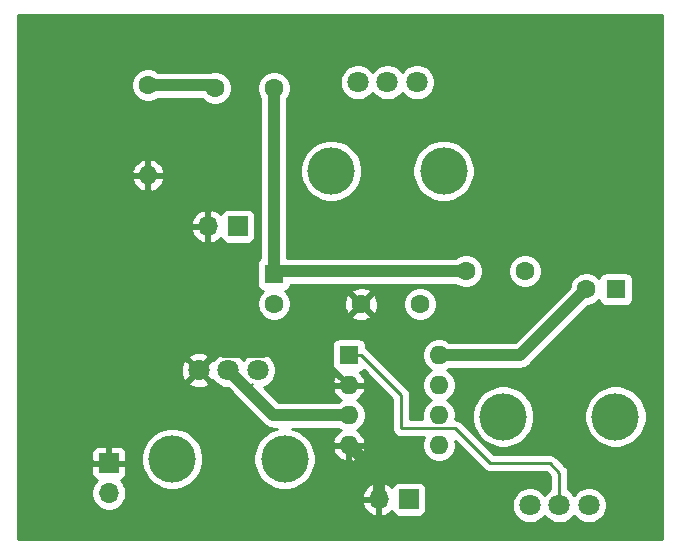
<source format=gbr>
G04 #@! TF.GenerationSoftware,KiCad,Pcbnew,5.1.5-52549c5~84~ubuntu18.04.1*
G04 #@! TF.CreationDate,2020-03-24T22:40:52-05:00*
G04 #@! TF.ProjectId,lm386-guitaramp,6c6d3338-362d-4677-9569-746172616d70,rev?*
G04 #@! TF.SameCoordinates,Original*
G04 #@! TF.FileFunction,Copper,L1,Top*
G04 #@! TF.FilePolarity,Positive*
%FSLAX46Y46*%
G04 Gerber Fmt 4.6, Leading zero omitted, Abs format (unit mm)*
G04 Created by KiCad (PCBNEW 5.1.5-52549c5~84~ubuntu18.04.1) date 2020-03-24 22:40:52*
%MOMM*%
%LPD*%
G04 APERTURE LIST*
%ADD10R,1.700000X1.700000*%
%ADD11O,1.700000X1.700000*%
%ADD12C,1.600000*%
%ADD13R,1.600000X1.600000*%
%ADD14O,1.600000X1.600000*%
%ADD15C,1.800000*%
%ADD16C,4.000000*%
%ADD17C,0.250000*%
%ADD18C,0.500000*%
%ADD19C,1.000000*%
%ADD20C,0.254000*%
G04 APERTURE END LIST*
D10*
X236982000Y-138176000D03*
D11*
X234442000Y-138176000D03*
D12*
X237918000Y-121666000D03*
X232918000Y-121666000D03*
X225552000Y-103378000D03*
X220552000Y-103378000D03*
X241808000Y-118872000D03*
X246808000Y-118872000D03*
D10*
X211582000Y-135128000D03*
D11*
X211582000Y-137668000D03*
X219964000Y-115062000D03*
D10*
X222504000Y-115062000D03*
D13*
X231902000Y-125984000D03*
D14*
X239522000Y-133604000D03*
X231902000Y-128524000D03*
X239522000Y-131064000D03*
X231902000Y-131064000D03*
X239522000Y-128524000D03*
X231902000Y-133604000D03*
X239522000Y-125984000D03*
D15*
X237664000Y-102870000D03*
X235164000Y-102870000D03*
X232664000Y-102870000D03*
D16*
X239914000Y-110370000D03*
X230414000Y-110370000D03*
D13*
X225552000Y-119126000D03*
D12*
X225552000Y-121626000D03*
X252008000Y-120396000D03*
D13*
X254508000Y-120396000D03*
D15*
X247222000Y-138684000D03*
X249722000Y-138684000D03*
X252222000Y-138684000D03*
D16*
X244972000Y-131184000D03*
X254472000Y-131184000D03*
X216952000Y-134754000D03*
X226452000Y-134754000D03*
D15*
X219202000Y-127254000D03*
X221702000Y-127254000D03*
X224202000Y-127254000D03*
D12*
X214884000Y-103124000D03*
D14*
X214884000Y-110744000D03*
D17*
X221257800Y-126028700D02*
X224641100Y-126028700D01*
X224641100Y-126028700D02*
X224685300Y-126037500D01*
X231343400Y-128355700D02*
X231902000Y-128524000D01*
X219202000Y-127254000D02*
X219250700Y-127227400D01*
X221193700Y-126047100D02*
X221247400Y-126030800D01*
X221247400Y-126030800D02*
X221257800Y-126028700D01*
D18*
X219964000Y-122428000D02*
X220980000Y-123444000D01*
X219964000Y-115062000D02*
X219964000Y-122428000D01*
X220980000Y-125476000D02*
X220980000Y-123444000D01*
X219202000Y-127254000D02*
X220980000Y-125476000D01*
X231102001Y-127724001D02*
X231902000Y-128524000D01*
X229281999Y-125903999D02*
X231102001Y-127724001D01*
X220552001Y-125903999D02*
X229281999Y-125903999D01*
X219202000Y-127254000D02*
X220552001Y-125903999D01*
D17*
X221135900Y-126078200D02*
X221193700Y-126047100D01*
D19*
X234442000Y-136144000D02*
X231902000Y-133604000D01*
X234442000Y-138176000D02*
X234442000Y-136144000D01*
X225552000Y-103378000D02*
X225552000Y-119126000D01*
X225806000Y-118872000D02*
X225552000Y-119126000D01*
X241808000Y-118872000D02*
X225806000Y-118872000D01*
X220298000Y-103124000D02*
X220552000Y-103378000D01*
X214884000Y-103124000D02*
X220298000Y-103124000D01*
X246420000Y-125984000D02*
X252008000Y-120396000D01*
X239522000Y-125984000D02*
X246420000Y-125984000D01*
D17*
X249722000Y-138684000D02*
X249722000Y-135930000D01*
X249722000Y-135930000D02*
X248920000Y-135128000D01*
X248920000Y-135128000D02*
X243840000Y-135128000D01*
X240901001Y-132189001D02*
X236329001Y-132189001D01*
X243840000Y-135128000D02*
X240901001Y-132189001D01*
X232952000Y-125984000D02*
X231902000Y-125984000D01*
X236329001Y-129361001D02*
X232952000Y-125984000D01*
X236329001Y-132189001D02*
X236329001Y-129361001D01*
X223670500Y-128446600D02*
X223701400Y-128463500D01*
X221702000Y-127254000D02*
X221702500Y-127254300D01*
X231902000Y-131064000D02*
X230776700Y-131064000D01*
D19*
X225512000Y-131064000D02*
X231902000Y-131064000D01*
X221702000Y-127254000D02*
X225512000Y-131064000D01*
D20*
G36*
X258420000Y-141580000D02*
G01*
X203860000Y-141580000D01*
X203860000Y-135978000D01*
X210093928Y-135978000D01*
X210106188Y-136102482D01*
X210142498Y-136222180D01*
X210201463Y-136332494D01*
X210280815Y-136429185D01*
X210377506Y-136508537D01*
X210487820Y-136567502D01*
X210560380Y-136589513D01*
X210428525Y-136721368D01*
X210266010Y-136964589D01*
X210154068Y-137234842D01*
X210097000Y-137521740D01*
X210097000Y-137814260D01*
X210154068Y-138101158D01*
X210266010Y-138371411D01*
X210428525Y-138614632D01*
X210635368Y-138821475D01*
X210878589Y-138983990D01*
X211148842Y-139095932D01*
X211435740Y-139153000D01*
X211728260Y-139153000D01*
X212015158Y-139095932D01*
X212285411Y-138983990D01*
X212528632Y-138821475D01*
X212735475Y-138614632D01*
X212790092Y-138532891D01*
X233000519Y-138532891D01*
X233097843Y-138807252D01*
X233246822Y-139057355D01*
X233441731Y-139273588D01*
X233675080Y-139447641D01*
X233937901Y-139572825D01*
X234085110Y-139617476D01*
X234315000Y-139496155D01*
X234315000Y-138303000D01*
X233121186Y-138303000D01*
X233000519Y-138532891D01*
X212790092Y-138532891D01*
X212897990Y-138371411D01*
X213009932Y-138101158D01*
X213066035Y-137819109D01*
X233000519Y-137819109D01*
X233121186Y-138049000D01*
X234315000Y-138049000D01*
X234315000Y-136855845D01*
X234569000Y-136855845D01*
X234569000Y-138049000D01*
X234589000Y-138049000D01*
X234589000Y-138303000D01*
X234569000Y-138303000D01*
X234569000Y-139496155D01*
X234798890Y-139617476D01*
X234946099Y-139572825D01*
X235208920Y-139447641D01*
X235442269Y-139273588D01*
X235518034Y-139189534D01*
X235542498Y-139270180D01*
X235601463Y-139380494D01*
X235680815Y-139477185D01*
X235777506Y-139556537D01*
X235887820Y-139615502D01*
X236007518Y-139651812D01*
X236132000Y-139664072D01*
X237832000Y-139664072D01*
X237956482Y-139651812D01*
X238076180Y-139615502D01*
X238186494Y-139556537D01*
X238283185Y-139477185D01*
X238362537Y-139380494D01*
X238421502Y-139270180D01*
X238457812Y-139150482D01*
X238470072Y-139026000D01*
X238470072Y-137326000D01*
X238457812Y-137201518D01*
X238421502Y-137081820D01*
X238362537Y-136971506D01*
X238283185Y-136874815D01*
X238186494Y-136795463D01*
X238076180Y-136736498D01*
X237956482Y-136700188D01*
X237832000Y-136687928D01*
X236132000Y-136687928D01*
X236007518Y-136700188D01*
X235887820Y-136736498D01*
X235777506Y-136795463D01*
X235680815Y-136874815D01*
X235601463Y-136971506D01*
X235542498Y-137081820D01*
X235518034Y-137162466D01*
X235442269Y-137078412D01*
X235208920Y-136904359D01*
X234946099Y-136779175D01*
X234798890Y-136734524D01*
X234569000Y-136855845D01*
X234315000Y-136855845D01*
X234085110Y-136734524D01*
X233937901Y-136779175D01*
X233675080Y-136904359D01*
X233441731Y-137078412D01*
X233246822Y-137294645D01*
X233097843Y-137544748D01*
X233000519Y-137819109D01*
X213066035Y-137819109D01*
X213067000Y-137814260D01*
X213067000Y-137521740D01*
X213009932Y-137234842D01*
X212897990Y-136964589D01*
X212735475Y-136721368D01*
X212603620Y-136589513D01*
X212676180Y-136567502D01*
X212786494Y-136508537D01*
X212883185Y-136429185D01*
X212962537Y-136332494D01*
X213021502Y-136222180D01*
X213057812Y-136102482D01*
X213070072Y-135978000D01*
X213067000Y-135413750D01*
X212908250Y-135255000D01*
X211709000Y-135255000D01*
X211709000Y-135275000D01*
X211455000Y-135275000D01*
X211455000Y-135255000D01*
X210255750Y-135255000D01*
X210097000Y-135413750D01*
X210093928Y-135978000D01*
X203860000Y-135978000D01*
X203860000Y-134278000D01*
X210093928Y-134278000D01*
X210097000Y-134842250D01*
X210255750Y-135001000D01*
X211455000Y-135001000D01*
X211455000Y-133801750D01*
X211709000Y-133801750D01*
X211709000Y-135001000D01*
X212908250Y-135001000D01*
X213067000Y-134842250D01*
X213068893Y-134494475D01*
X214317000Y-134494475D01*
X214317000Y-135013525D01*
X214418261Y-135522601D01*
X214616893Y-136002141D01*
X214905262Y-136433715D01*
X215272285Y-136800738D01*
X215703859Y-137089107D01*
X216183399Y-137287739D01*
X216692475Y-137389000D01*
X217211525Y-137389000D01*
X217720601Y-137287739D01*
X218200141Y-137089107D01*
X218631715Y-136800738D01*
X218998738Y-136433715D01*
X219287107Y-136002141D01*
X219485739Y-135522601D01*
X219587000Y-135013525D01*
X219587000Y-134494475D01*
X219485739Y-133985399D01*
X219287107Y-133505859D01*
X218998738Y-133074285D01*
X218631715Y-132707262D01*
X218200141Y-132418893D01*
X217720601Y-132220261D01*
X217211525Y-132119000D01*
X216692475Y-132119000D01*
X216183399Y-132220261D01*
X215703859Y-132418893D01*
X215272285Y-132707262D01*
X214905262Y-133074285D01*
X214616893Y-133505859D01*
X214418261Y-133985399D01*
X214317000Y-134494475D01*
X213068893Y-134494475D01*
X213070072Y-134278000D01*
X213057812Y-134153518D01*
X213021502Y-134033820D01*
X212962537Y-133923506D01*
X212883185Y-133826815D01*
X212786494Y-133747463D01*
X212676180Y-133688498D01*
X212556482Y-133652188D01*
X212432000Y-133639928D01*
X211867750Y-133643000D01*
X211709000Y-133801750D01*
X211455000Y-133801750D01*
X211296250Y-133643000D01*
X210732000Y-133639928D01*
X210607518Y-133652188D01*
X210487820Y-133688498D01*
X210377506Y-133747463D01*
X210280815Y-133826815D01*
X210201463Y-133923506D01*
X210142498Y-134033820D01*
X210106188Y-134153518D01*
X210093928Y-134278000D01*
X203860000Y-134278000D01*
X203860000Y-128318080D01*
X218317525Y-128318080D01*
X218401208Y-128572261D01*
X218673775Y-128703158D01*
X218966642Y-128778365D01*
X219268553Y-128794991D01*
X219567907Y-128752397D01*
X219853199Y-128652222D01*
X220002792Y-128572261D01*
X220086475Y-128318080D01*
X219202000Y-127433605D01*
X218317525Y-128318080D01*
X203860000Y-128318080D01*
X203860000Y-127320553D01*
X217661009Y-127320553D01*
X217703603Y-127619907D01*
X217803778Y-127905199D01*
X217883739Y-128054792D01*
X218137920Y-128138475D01*
X219022395Y-127254000D01*
X219381605Y-127254000D01*
X220266080Y-128138475D01*
X220414262Y-128089690D01*
X220509688Y-128232505D01*
X220723495Y-128446312D01*
X220974905Y-128614299D01*
X221254257Y-128730011D01*
X221550816Y-128789000D01*
X221631869Y-128789000D01*
X224670013Y-131827146D01*
X224705551Y-131870449D01*
X224748854Y-131905987D01*
X224748856Y-131905989D01*
X224878377Y-132012284D01*
X225075553Y-132117676D01*
X225289501Y-132182577D01*
X225512000Y-132204491D01*
X225567752Y-132199000D01*
X225790286Y-132199000D01*
X225683399Y-132220261D01*
X225203859Y-132418893D01*
X224772285Y-132707262D01*
X224405262Y-133074285D01*
X224116893Y-133505859D01*
X223918261Y-133985399D01*
X223817000Y-134494475D01*
X223817000Y-135013525D01*
X223918261Y-135522601D01*
X224116893Y-136002141D01*
X224405262Y-136433715D01*
X224772285Y-136800738D01*
X225203859Y-137089107D01*
X225683399Y-137287739D01*
X226192475Y-137389000D01*
X226711525Y-137389000D01*
X227220601Y-137287739D01*
X227700141Y-137089107D01*
X228131715Y-136800738D01*
X228498738Y-136433715D01*
X228787107Y-136002141D01*
X228985739Y-135522601D01*
X229087000Y-135013525D01*
X229087000Y-134494475D01*
X228985739Y-133985399D01*
X228972336Y-133953039D01*
X230510096Y-133953039D01*
X230550754Y-134087087D01*
X230670963Y-134341420D01*
X230838481Y-134567414D01*
X231046869Y-134756385D01*
X231288119Y-134901070D01*
X231552960Y-134995909D01*
X231775000Y-134874624D01*
X231775000Y-133731000D01*
X232029000Y-133731000D01*
X232029000Y-134874624D01*
X232251040Y-134995909D01*
X232515881Y-134901070D01*
X232757131Y-134756385D01*
X232965519Y-134567414D01*
X233133037Y-134341420D01*
X233253246Y-134087087D01*
X233293904Y-133953039D01*
X233171915Y-133731000D01*
X232029000Y-133731000D01*
X231775000Y-133731000D01*
X230632085Y-133731000D01*
X230510096Y-133953039D01*
X228972336Y-133953039D01*
X228787107Y-133505859D01*
X228498738Y-133074285D01*
X228131715Y-132707262D01*
X227700141Y-132418893D01*
X227220601Y-132220261D01*
X227113714Y-132199000D01*
X231017716Y-132199000D01*
X231222273Y-132335680D01*
X231232865Y-132340067D01*
X231046869Y-132451615D01*
X230838481Y-132640586D01*
X230670963Y-132866580D01*
X230550754Y-133120913D01*
X230510096Y-133254961D01*
X230632085Y-133477000D01*
X231775000Y-133477000D01*
X231775000Y-133457000D01*
X232029000Y-133457000D01*
X232029000Y-133477000D01*
X233171915Y-133477000D01*
X233293904Y-133254961D01*
X233253246Y-133120913D01*
X233133037Y-132866580D01*
X232965519Y-132640586D01*
X232757131Y-132451615D01*
X232571135Y-132340067D01*
X232581727Y-132335680D01*
X232816759Y-132178637D01*
X233016637Y-131978759D01*
X233173680Y-131743727D01*
X233281853Y-131482574D01*
X233337000Y-131205335D01*
X233337000Y-130922665D01*
X233281853Y-130645426D01*
X233173680Y-130384273D01*
X233016637Y-130149241D01*
X232816759Y-129949363D01*
X232581727Y-129792320D01*
X232571135Y-129787933D01*
X232757131Y-129676385D01*
X232965519Y-129487414D01*
X233133037Y-129261420D01*
X233253246Y-129007087D01*
X233293904Y-128873039D01*
X233171915Y-128651000D01*
X232029000Y-128651000D01*
X232029000Y-128671000D01*
X231775000Y-128671000D01*
X231775000Y-128651000D01*
X230632085Y-128651000D01*
X230510096Y-128873039D01*
X230550754Y-129007087D01*
X230670963Y-129261420D01*
X230838481Y-129487414D01*
X231046869Y-129676385D01*
X231232865Y-129787933D01*
X231222273Y-129792320D01*
X231017716Y-129929000D01*
X225982133Y-129929000D01*
X224744071Y-128690939D01*
X224929095Y-128614299D01*
X225180505Y-128446312D01*
X225394312Y-128232505D01*
X225562299Y-127981095D01*
X225678011Y-127701743D01*
X225737000Y-127405184D01*
X225737000Y-127102816D01*
X225678011Y-126806257D01*
X225562299Y-126526905D01*
X225394312Y-126275495D01*
X225180505Y-126061688D01*
X224929095Y-125893701D01*
X224649743Y-125777989D01*
X224353184Y-125719000D01*
X224050816Y-125719000D01*
X223754257Y-125777989D01*
X223474905Y-125893701D01*
X223223495Y-126061688D01*
X223009688Y-126275495D01*
X222952000Y-126361831D01*
X222894312Y-126275495D01*
X222680505Y-126061688D01*
X222429095Y-125893701D01*
X222149743Y-125777989D01*
X221853184Y-125719000D01*
X221550816Y-125719000D01*
X221254257Y-125777989D01*
X220974905Y-125893701D01*
X220723495Y-126061688D01*
X220509688Y-126275495D01*
X220414262Y-126418310D01*
X220266080Y-126369525D01*
X219381605Y-127254000D01*
X219022395Y-127254000D01*
X218137920Y-126369525D01*
X217883739Y-126453208D01*
X217752842Y-126725775D01*
X217677635Y-127018642D01*
X217661009Y-127320553D01*
X203860000Y-127320553D01*
X203860000Y-126189920D01*
X218317525Y-126189920D01*
X219202000Y-127074395D01*
X220086475Y-126189920D01*
X220002792Y-125935739D01*
X219730225Y-125804842D01*
X219437358Y-125729635D01*
X219135447Y-125713009D01*
X218836093Y-125755603D01*
X218550801Y-125855778D01*
X218401208Y-125935739D01*
X218317525Y-126189920D01*
X203860000Y-126189920D01*
X203860000Y-125184000D01*
X230463928Y-125184000D01*
X230463928Y-126784000D01*
X230476188Y-126908482D01*
X230512498Y-127028180D01*
X230571463Y-127138494D01*
X230650815Y-127235185D01*
X230747506Y-127314537D01*
X230857820Y-127373502D01*
X230977518Y-127409812D01*
X231002080Y-127412231D01*
X230838481Y-127560586D01*
X230670963Y-127786580D01*
X230550754Y-128040913D01*
X230510096Y-128174961D01*
X230632085Y-128397000D01*
X231775000Y-128397000D01*
X231775000Y-128377000D01*
X232029000Y-128377000D01*
X232029000Y-128397000D01*
X233171915Y-128397000D01*
X233293904Y-128174961D01*
X233253246Y-128040913D01*
X233133037Y-127786580D01*
X232965519Y-127560586D01*
X232801920Y-127412231D01*
X232826482Y-127409812D01*
X232946180Y-127373502D01*
X233056494Y-127314537D01*
X233139563Y-127246364D01*
X235569002Y-129675804D01*
X235569001Y-132151668D01*
X235565324Y-132189001D01*
X235579998Y-132337987D01*
X235623455Y-132481248D01*
X235694027Y-132613277D01*
X235789000Y-132729002D01*
X235904725Y-132823975D01*
X236036754Y-132894547D01*
X236180015Y-132938004D01*
X236329001Y-132952678D01*
X236366334Y-132949001D01*
X238240077Y-132949001D01*
X238142147Y-133185426D01*
X238087000Y-133462665D01*
X238087000Y-133745335D01*
X238142147Y-134022574D01*
X238250320Y-134283727D01*
X238407363Y-134518759D01*
X238607241Y-134718637D01*
X238842273Y-134875680D01*
X239103426Y-134983853D01*
X239380665Y-135039000D01*
X239663335Y-135039000D01*
X239940574Y-134983853D01*
X240201727Y-134875680D01*
X240436759Y-134718637D01*
X240636637Y-134518759D01*
X240793680Y-134283727D01*
X240901853Y-134022574D01*
X240957000Y-133745335D01*
X240957000Y-133462665D01*
X240921526Y-133284327D01*
X243276200Y-135639002D01*
X243299999Y-135668001D01*
X243415724Y-135762974D01*
X243547753Y-135833546D01*
X243691014Y-135877003D01*
X243802667Y-135888000D01*
X243802676Y-135888000D01*
X243839999Y-135891676D01*
X243877322Y-135888000D01*
X248605199Y-135888000D01*
X248962001Y-136244803D01*
X248962000Y-137345687D01*
X248743495Y-137491688D01*
X248529688Y-137705495D01*
X248472000Y-137791831D01*
X248414312Y-137705495D01*
X248200505Y-137491688D01*
X247949095Y-137323701D01*
X247669743Y-137207989D01*
X247373184Y-137149000D01*
X247070816Y-137149000D01*
X246774257Y-137207989D01*
X246494905Y-137323701D01*
X246243495Y-137491688D01*
X246029688Y-137705495D01*
X245861701Y-137956905D01*
X245745989Y-138236257D01*
X245687000Y-138532816D01*
X245687000Y-138835184D01*
X245745989Y-139131743D01*
X245861701Y-139411095D01*
X246029688Y-139662505D01*
X246243495Y-139876312D01*
X246494905Y-140044299D01*
X246774257Y-140160011D01*
X247070816Y-140219000D01*
X247373184Y-140219000D01*
X247669743Y-140160011D01*
X247949095Y-140044299D01*
X248200505Y-139876312D01*
X248414312Y-139662505D01*
X248472000Y-139576169D01*
X248529688Y-139662505D01*
X248743495Y-139876312D01*
X248994905Y-140044299D01*
X249274257Y-140160011D01*
X249570816Y-140219000D01*
X249873184Y-140219000D01*
X250169743Y-140160011D01*
X250449095Y-140044299D01*
X250700505Y-139876312D01*
X250914312Y-139662505D01*
X250972000Y-139576169D01*
X251029688Y-139662505D01*
X251243495Y-139876312D01*
X251494905Y-140044299D01*
X251774257Y-140160011D01*
X252070816Y-140219000D01*
X252373184Y-140219000D01*
X252669743Y-140160011D01*
X252949095Y-140044299D01*
X253200505Y-139876312D01*
X253414312Y-139662505D01*
X253582299Y-139411095D01*
X253698011Y-139131743D01*
X253757000Y-138835184D01*
X253757000Y-138532816D01*
X253698011Y-138236257D01*
X253582299Y-137956905D01*
X253414312Y-137705495D01*
X253200505Y-137491688D01*
X252949095Y-137323701D01*
X252669743Y-137207989D01*
X252373184Y-137149000D01*
X252070816Y-137149000D01*
X251774257Y-137207989D01*
X251494905Y-137323701D01*
X251243495Y-137491688D01*
X251029688Y-137705495D01*
X250972000Y-137791831D01*
X250914312Y-137705495D01*
X250700505Y-137491688D01*
X250482000Y-137345687D01*
X250482000Y-135967322D01*
X250485676Y-135929999D01*
X250482000Y-135892676D01*
X250482000Y-135892667D01*
X250471003Y-135781014D01*
X250427546Y-135637753D01*
X250356974Y-135505724D01*
X250262001Y-135389999D01*
X250233002Y-135366201D01*
X249483803Y-134617002D01*
X249460001Y-134587999D01*
X249344276Y-134493026D01*
X249212247Y-134422454D01*
X249068986Y-134378997D01*
X248957333Y-134368000D01*
X248957322Y-134368000D01*
X248920000Y-134364324D01*
X248882678Y-134368000D01*
X244154802Y-134368000D01*
X241464805Y-131678004D01*
X241441002Y-131649000D01*
X241325277Y-131554027D01*
X241193248Y-131483455D01*
X241049987Y-131439998D01*
X240938334Y-131429001D01*
X240938323Y-131429001D01*
X240913005Y-131426507D01*
X240957000Y-131205335D01*
X240957000Y-130924475D01*
X242337000Y-130924475D01*
X242337000Y-131443525D01*
X242438261Y-131952601D01*
X242636893Y-132432141D01*
X242925262Y-132863715D01*
X243292285Y-133230738D01*
X243723859Y-133519107D01*
X244203399Y-133717739D01*
X244712475Y-133819000D01*
X245231525Y-133819000D01*
X245740601Y-133717739D01*
X246220141Y-133519107D01*
X246651715Y-133230738D01*
X247018738Y-132863715D01*
X247307107Y-132432141D01*
X247505739Y-131952601D01*
X247607000Y-131443525D01*
X247607000Y-130924475D01*
X251837000Y-130924475D01*
X251837000Y-131443525D01*
X251938261Y-131952601D01*
X252136893Y-132432141D01*
X252425262Y-132863715D01*
X252792285Y-133230738D01*
X253223859Y-133519107D01*
X253703399Y-133717739D01*
X254212475Y-133819000D01*
X254731525Y-133819000D01*
X255240601Y-133717739D01*
X255720141Y-133519107D01*
X256151715Y-133230738D01*
X256518738Y-132863715D01*
X256807107Y-132432141D01*
X257005739Y-131952601D01*
X257107000Y-131443525D01*
X257107000Y-130924475D01*
X257005739Y-130415399D01*
X256807107Y-129935859D01*
X256518738Y-129504285D01*
X256151715Y-129137262D01*
X255720141Y-128848893D01*
X255240601Y-128650261D01*
X254731525Y-128549000D01*
X254212475Y-128549000D01*
X253703399Y-128650261D01*
X253223859Y-128848893D01*
X252792285Y-129137262D01*
X252425262Y-129504285D01*
X252136893Y-129935859D01*
X251938261Y-130415399D01*
X251837000Y-130924475D01*
X247607000Y-130924475D01*
X247505739Y-130415399D01*
X247307107Y-129935859D01*
X247018738Y-129504285D01*
X246651715Y-129137262D01*
X246220141Y-128848893D01*
X245740601Y-128650261D01*
X245231525Y-128549000D01*
X244712475Y-128549000D01*
X244203399Y-128650261D01*
X243723859Y-128848893D01*
X243292285Y-129137262D01*
X242925262Y-129504285D01*
X242636893Y-129935859D01*
X242438261Y-130415399D01*
X242337000Y-130924475D01*
X240957000Y-130924475D01*
X240957000Y-130922665D01*
X240901853Y-130645426D01*
X240793680Y-130384273D01*
X240636637Y-130149241D01*
X240436759Y-129949363D01*
X240204241Y-129794000D01*
X240436759Y-129638637D01*
X240636637Y-129438759D01*
X240793680Y-129203727D01*
X240901853Y-128942574D01*
X240957000Y-128665335D01*
X240957000Y-128382665D01*
X240901853Y-128105426D01*
X240793680Y-127844273D01*
X240636637Y-127609241D01*
X240436759Y-127409363D01*
X240204241Y-127254000D01*
X240406284Y-127119000D01*
X246364249Y-127119000D01*
X246420000Y-127124491D01*
X246475751Y-127119000D01*
X246475752Y-127119000D01*
X246642499Y-127102577D01*
X246856447Y-127037676D01*
X247053623Y-126932284D01*
X247226449Y-126790449D01*
X247261996Y-126747135D01*
X252185282Y-121823850D01*
X252426574Y-121775853D01*
X252687727Y-121667680D01*
X252922759Y-121510637D01*
X253089339Y-121344057D01*
X253118498Y-121440180D01*
X253177463Y-121550494D01*
X253256815Y-121647185D01*
X253353506Y-121726537D01*
X253463820Y-121785502D01*
X253583518Y-121821812D01*
X253708000Y-121834072D01*
X255308000Y-121834072D01*
X255432482Y-121821812D01*
X255552180Y-121785502D01*
X255662494Y-121726537D01*
X255759185Y-121647185D01*
X255838537Y-121550494D01*
X255897502Y-121440180D01*
X255933812Y-121320482D01*
X255946072Y-121196000D01*
X255946072Y-119596000D01*
X255933812Y-119471518D01*
X255897502Y-119351820D01*
X255838537Y-119241506D01*
X255759185Y-119144815D01*
X255662494Y-119065463D01*
X255552180Y-119006498D01*
X255432482Y-118970188D01*
X255308000Y-118957928D01*
X253708000Y-118957928D01*
X253583518Y-118970188D01*
X253463820Y-119006498D01*
X253353506Y-119065463D01*
X253256815Y-119144815D01*
X253177463Y-119241506D01*
X253118498Y-119351820D01*
X253089339Y-119447943D01*
X252922759Y-119281363D01*
X252687727Y-119124320D01*
X252426574Y-119016147D01*
X252149335Y-118961000D01*
X251866665Y-118961000D01*
X251589426Y-119016147D01*
X251328273Y-119124320D01*
X251093241Y-119281363D01*
X250893363Y-119481241D01*
X250736320Y-119716273D01*
X250628147Y-119977426D01*
X250580150Y-120218718D01*
X245949869Y-124849000D01*
X240406284Y-124849000D01*
X240201727Y-124712320D01*
X239940574Y-124604147D01*
X239663335Y-124549000D01*
X239380665Y-124549000D01*
X239103426Y-124604147D01*
X238842273Y-124712320D01*
X238607241Y-124869363D01*
X238407363Y-125069241D01*
X238250320Y-125304273D01*
X238142147Y-125565426D01*
X238087000Y-125842665D01*
X238087000Y-126125335D01*
X238142147Y-126402574D01*
X238250320Y-126663727D01*
X238407363Y-126898759D01*
X238607241Y-127098637D01*
X238839759Y-127254000D01*
X238607241Y-127409363D01*
X238407363Y-127609241D01*
X238250320Y-127844273D01*
X238142147Y-128105426D01*
X238087000Y-128382665D01*
X238087000Y-128665335D01*
X238142147Y-128942574D01*
X238250320Y-129203727D01*
X238407363Y-129438759D01*
X238607241Y-129638637D01*
X238839759Y-129794000D01*
X238607241Y-129949363D01*
X238407363Y-130149241D01*
X238250320Y-130384273D01*
X238142147Y-130645426D01*
X238087000Y-130922665D01*
X238087000Y-131205335D01*
X238131491Y-131429001D01*
X237089001Y-131429001D01*
X237089001Y-129398334D01*
X237092678Y-129361001D01*
X237078004Y-129212015D01*
X237034547Y-129068754D01*
X236963975Y-128936725D01*
X236892800Y-128849998D01*
X236869002Y-128821000D01*
X236840004Y-128797202D01*
X233515804Y-125473003D01*
X233492001Y-125443999D01*
X233376276Y-125349026D01*
X233340072Y-125329674D01*
X233340072Y-125184000D01*
X233327812Y-125059518D01*
X233291502Y-124939820D01*
X233232537Y-124829506D01*
X233153185Y-124732815D01*
X233056494Y-124653463D01*
X232946180Y-124594498D01*
X232826482Y-124558188D01*
X232702000Y-124545928D01*
X231102000Y-124545928D01*
X230977518Y-124558188D01*
X230857820Y-124594498D01*
X230747506Y-124653463D01*
X230650815Y-124732815D01*
X230571463Y-124829506D01*
X230512498Y-124939820D01*
X230476188Y-125059518D01*
X230463928Y-125184000D01*
X203860000Y-125184000D01*
X203860000Y-118326000D01*
X224113928Y-118326000D01*
X224113928Y-119926000D01*
X224126188Y-120050482D01*
X224162498Y-120170180D01*
X224221463Y-120280494D01*
X224300815Y-120377185D01*
X224397506Y-120456537D01*
X224507820Y-120515502D01*
X224603943Y-120544661D01*
X224437363Y-120711241D01*
X224280320Y-120946273D01*
X224172147Y-121207426D01*
X224117000Y-121484665D01*
X224117000Y-121767335D01*
X224172147Y-122044574D01*
X224280320Y-122305727D01*
X224437363Y-122540759D01*
X224637241Y-122740637D01*
X224872273Y-122897680D01*
X225133426Y-123005853D01*
X225410665Y-123061000D01*
X225693335Y-123061000D01*
X225970574Y-123005853D01*
X226231727Y-122897680D01*
X226466759Y-122740637D01*
X226548694Y-122658702D01*
X232104903Y-122658702D01*
X232176486Y-122902671D01*
X232431996Y-123023571D01*
X232706184Y-123092300D01*
X232988512Y-123106217D01*
X233268130Y-123064787D01*
X233534292Y-122969603D01*
X233659514Y-122902671D01*
X233731097Y-122658702D01*
X232918000Y-121845605D01*
X232104903Y-122658702D01*
X226548694Y-122658702D01*
X226666637Y-122540759D01*
X226823680Y-122305727D01*
X226931853Y-122044574D01*
X226987000Y-121767335D01*
X226987000Y-121736512D01*
X231477783Y-121736512D01*
X231519213Y-122016130D01*
X231614397Y-122282292D01*
X231681329Y-122407514D01*
X231925298Y-122479097D01*
X232738395Y-121666000D01*
X233097605Y-121666000D01*
X233910702Y-122479097D01*
X234154671Y-122407514D01*
X234275571Y-122152004D01*
X234344300Y-121877816D01*
X234358217Y-121595488D01*
X234347724Y-121524665D01*
X236483000Y-121524665D01*
X236483000Y-121807335D01*
X236538147Y-122084574D01*
X236646320Y-122345727D01*
X236803363Y-122580759D01*
X237003241Y-122780637D01*
X237238273Y-122937680D01*
X237499426Y-123045853D01*
X237776665Y-123101000D01*
X238059335Y-123101000D01*
X238336574Y-123045853D01*
X238597727Y-122937680D01*
X238832759Y-122780637D01*
X239032637Y-122580759D01*
X239189680Y-122345727D01*
X239297853Y-122084574D01*
X239353000Y-121807335D01*
X239353000Y-121524665D01*
X239297853Y-121247426D01*
X239189680Y-120986273D01*
X239032637Y-120751241D01*
X238832759Y-120551363D01*
X238597727Y-120394320D01*
X238336574Y-120286147D01*
X238059335Y-120231000D01*
X237776665Y-120231000D01*
X237499426Y-120286147D01*
X237238273Y-120394320D01*
X237003241Y-120551363D01*
X236803363Y-120751241D01*
X236646320Y-120986273D01*
X236538147Y-121247426D01*
X236483000Y-121524665D01*
X234347724Y-121524665D01*
X234316787Y-121315870D01*
X234221603Y-121049708D01*
X234154671Y-120924486D01*
X233910702Y-120852903D01*
X233097605Y-121666000D01*
X232738395Y-121666000D01*
X231925298Y-120852903D01*
X231681329Y-120924486D01*
X231560429Y-121179996D01*
X231491700Y-121454184D01*
X231477783Y-121736512D01*
X226987000Y-121736512D01*
X226987000Y-121484665D01*
X226931853Y-121207426D01*
X226823680Y-120946273D01*
X226666637Y-120711241D01*
X226628694Y-120673298D01*
X232104903Y-120673298D01*
X232918000Y-121486395D01*
X233731097Y-120673298D01*
X233659514Y-120429329D01*
X233404004Y-120308429D01*
X233129816Y-120239700D01*
X232847488Y-120225783D01*
X232567870Y-120267213D01*
X232301708Y-120362397D01*
X232176486Y-120429329D01*
X232104903Y-120673298D01*
X226628694Y-120673298D01*
X226500057Y-120544661D01*
X226596180Y-120515502D01*
X226706494Y-120456537D01*
X226803185Y-120377185D01*
X226882537Y-120280494D01*
X226941502Y-120170180D01*
X226977812Y-120050482D01*
X226982094Y-120007000D01*
X240923716Y-120007000D01*
X241128273Y-120143680D01*
X241389426Y-120251853D01*
X241666665Y-120307000D01*
X241949335Y-120307000D01*
X242226574Y-120251853D01*
X242487727Y-120143680D01*
X242722759Y-119986637D01*
X242922637Y-119786759D01*
X243079680Y-119551727D01*
X243187853Y-119290574D01*
X243243000Y-119013335D01*
X243243000Y-118730665D01*
X245373000Y-118730665D01*
X245373000Y-119013335D01*
X245428147Y-119290574D01*
X245536320Y-119551727D01*
X245693363Y-119786759D01*
X245893241Y-119986637D01*
X246128273Y-120143680D01*
X246389426Y-120251853D01*
X246666665Y-120307000D01*
X246949335Y-120307000D01*
X247226574Y-120251853D01*
X247487727Y-120143680D01*
X247722759Y-119986637D01*
X247922637Y-119786759D01*
X248079680Y-119551727D01*
X248187853Y-119290574D01*
X248243000Y-119013335D01*
X248243000Y-118730665D01*
X248187853Y-118453426D01*
X248079680Y-118192273D01*
X247922637Y-117957241D01*
X247722759Y-117757363D01*
X247487727Y-117600320D01*
X247226574Y-117492147D01*
X246949335Y-117437000D01*
X246666665Y-117437000D01*
X246389426Y-117492147D01*
X246128273Y-117600320D01*
X245893241Y-117757363D01*
X245693363Y-117957241D01*
X245536320Y-118192273D01*
X245428147Y-118453426D01*
X245373000Y-118730665D01*
X243243000Y-118730665D01*
X243187853Y-118453426D01*
X243079680Y-118192273D01*
X242922637Y-117957241D01*
X242722759Y-117757363D01*
X242487727Y-117600320D01*
X242226574Y-117492147D01*
X241949335Y-117437000D01*
X241666665Y-117437000D01*
X241389426Y-117492147D01*
X241128273Y-117600320D01*
X240923716Y-117737000D01*
X226687000Y-117737000D01*
X226687000Y-110110475D01*
X227779000Y-110110475D01*
X227779000Y-110629525D01*
X227880261Y-111138601D01*
X228078893Y-111618141D01*
X228367262Y-112049715D01*
X228734285Y-112416738D01*
X229165859Y-112705107D01*
X229645399Y-112903739D01*
X230154475Y-113005000D01*
X230673525Y-113005000D01*
X231182601Y-112903739D01*
X231662141Y-112705107D01*
X232093715Y-112416738D01*
X232460738Y-112049715D01*
X232749107Y-111618141D01*
X232947739Y-111138601D01*
X233049000Y-110629525D01*
X233049000Y-110110475D01*
X237279000Y-110110475D01*
X237279000Y-110629525D01*
X237380261Y-111138601D01*
X237578893Y-111618141D01*
X237867262Y-112049715D01*
X238234285Y-112416738D01*
X238665859Y-112705107D01*
X239145399Y-112903739D01*
X239654475Y-113005000D01*
X240173525Y-113005000D01*
X240682601Y-112903739D01*
X241162141Y-112705107D01*
X241593715Y-112416738D01*
X241960738Y-112049715D01*
X242249107Y-111618141D01*
X242447739Y-111138601D01*
X242549000Y-110629525D01*
X242549000Y-110110475D01*
X242447739Y-109601399D01*
X242249107Y-109121859D01*
X241960738Y-108690285D01*
X241593715Y-108323262D01*
X241162141Y-108034893D01*
X240682601Y-107836261D01*
X240173525Y-107735000D01*
X239654475Y-107735000D01*
X239145399Y-107836261D01*
X238665859Y-108034893D01*
X238234285Y-108323262D01*
X237867262Y-108690285D01*
X237578893Y-109121859D01*
X237380261Y-109601399D01*
X237279000Y-110110475D01*
X233049000Y-110110475D01*
X232947739Y-109601399D01*
X232749107Y-109121859D01*
X232460738Y-108690285D01*
X232093715Y-108323262D01*
X231662141Y-108034893D01*
X231182601Y-107836261D01*
X230673525Y-107735000D01*
X230154475Y-107735000D01*
X229645399Y-107836261D01*
X229165859Y-108034893D01*
X228734285Y-108323262D01*
X228367262Y-108690285D01*
X228078893Y-109121859D01*
X227880261Y-109601399D01*
X227779000Y-110110475D01*
X226687000Y-110110475D01*
X226687000Y-104262284D01*
X226823680Y-104057727D01*
X226931853Y-103796574D01*
X226987000Y-103519335D01*
X226987000Y-103236665D01*
X226931853Y-102959426D01*
X226832190Y-102718816D01*
X231129000Y-102718816D01*
X231129000Y-103021184D01*
X231187989Y-103317743D01*
X231303701Y-103597095D01*
X231471688Y-103848505D01*
X231685495Y-104062312D01*
X231936905Y-104230299D01*
X232216257Y-104346011D01*
X232512816Y-104405000D01*
X232815184Y-104405000D01*
X233111743Y-104346011D01*
X233391095Y-104230299D01*
X233642505Y-104062312D01*
X233856312Y-103848505D01*
X233914000Y-103762169D01*
X233971688Y-103848505D01*
X234185495Y-104062312D01*
X234436905Y-104230299D01*
X234716257Y-104346011D01*
X235012816Y-104405000D01*
X235315184Y-104405000D01*
X235611743Y-104346011D01*
X235891095Y-104230299D01*
X236142505Y-104062312D01*
X236356312Y-103848505D01*
X236414000Y-103762169D01*
X236471688Y-103848505D01*
X236685495Y-104062312D01*
X236936905Y-104230299D01*
X237216257Y-104346011D01*
X237512816Y-104405000D01*
X237815184Y-104405000D01*
X238111743Y-104346011D01*
X238391095Y-104230299D01*
X238642505Y-104062312D01*
X238856312Y-103848505D01*
X239024299Y-103597095D01*
X239140011Y-103317743D01*
X239199000Y-103021184D01*
X239199000Y-102718816D01*
X239140011Y-102422257D01*
X239024299Y-102142905D01*
X238856312Y-101891495D01*
X238642505Y-101677688D01*
X238391095Y-101509701D01*
X238111743Y-101393989D01*
X237815184Y-101335000D01*
X237512816Y-101335000D01*
X237216257Y-101393989D01*
X236936905Y-101509701D01*
X236685495Y-101677688D01*
X236471688Y-101891495D01*
X236414000Y-101977831D01*
X236356312Y-101891495D01*
X236142505Y-101677688D01*
X235891095Y-101509701D01*
X235611743Y-101393989D01*
X235315184Y-101335000D01*
X235012816Y-101335000D01*
X234716257Y-101393989D01*
X234436905Y-101509701D01*
X234185495Y-101677688D01*
X233971688Y-101891495D01*
X233914000Y-101977831D01*
X233856312Y-101891495D01*
X233642505Y-101677688D01*
X233391095Y-101509701D01*
X233111743Y-101393989D01*
X232815184Y-101335000D01*
X232512816Y-101335000D01*
X232216257Y-101393989D01*
X231936905Y-101509701D01*
X231685495Y-101677688D01*
X231471688Y-101891495D01*
X231303701Y-102142905D01*
X231187989Y-102422257D01*
X231129000Y-102718816D01*
X226832190Y-102718816D01*
X226823680Y-102698273D01*
X226666637Y-102463241D01*
X226466759Y-102263363D01*
X226231727Y-102106320D01*
X225970574Y-101998147D01*
X225693335Y-101943000D01*
X225410665Y-101943000D01*
X225133426Y-101998147D01*
X224872273Y-102106320D01*
X224637241Y-102263363D01*
X224437363Y-102463241D01*
X224280320Y-102698273D01*
X224172147Y-102959426D01*
X224117000Y-103236665D01*
X224117000Y-103519335D01*
X224172147Y-103796574D01*
X224280320Y-104057727D01*
X224417000Y-104262284D01*
X224417001Y-117785043D01*
X224397506Y-117795463D01*
X224300815Y-117874815D01*
X224221463Y-117971506D01*
X224162498Y-118081820D01*
X224126188Y-118201518D01*
X224113928Y-118326000D01*
X203860000Y-118326000D01*
X203860000Y-115418891D01*
X218522519Y-115418891D01*
X218619843Y-115693252D01*
X218768822Y-115943355D01*
X218963731Y-116159588D01*
X219197080Y-116333641D01*
X219459901Y-116458825D01*
X219607110Y-116503476D01*
X219837000Y-116382155D01*
X219837000Y-115189000D01*
X218643186Y-115189000D01*
X218522519Y-115418891D01*
X203860000Y-115418891D01*
X203860000Y-114705109D01*
X218522519Y-114705109D01*
X218643186Y-114935000D01*
X219837000Y-114935000D01*
X219837000Y-113741845D01*
X220091000Y-113741845D01*
X220091000Y-114935000D01*
X220111000Y-114935000D01*
X220111000Y-115189000D01*
X220091000Y-115189000D01*
X220091000Y-116382155D01*
X220320890Y-116503476D01*
X220468099Y-116458825D01*
X220730920Y-116333641D01*
X220964269Y-116159588D01*
X221040034Y-116075534D01*
X221064498Y-116156180D01*
X221123463Y-116266494D01*
X221202815Y-116363185D01*
X221299506Y-116442537D01*
X221409820Y-116501502D01*
X221529518Y-116537812D01*
X221654000Y-116550072D01*
X223354000Y-116550072D01*
X223478482Y-116537812D01*
X223598180Y-116501502D01*
X223708494Y-116442537D01*
X223805185Y-116363185D01*
X223884537Y-116266494D01*
X223943502Y-116156180D01*
X223979812Y-116036482D01*
X223992072Y-115912000D01*
X223992072Y-114212000D01*
X223979812Y-114087518D01*
X223943502Y-113967820D01*
X223884537Y-113857506D01*
X223805185Y-113760815D01*
X223708494Y-113681463D01*
X223598180Y-113622498D01*
X223478482Y-113586188D01*
X223354000Y-113573928D01*
X221654000Y-113573928D01*
X221529518Y-113586188D01*
X221409820Y-113622498D01*
X221299506Y-113681463D01*
X221202815Y-113760815D01*
X221123463Y-113857506D01*
X221064498Y-113967820D01*
X221040034Y-114048466D01*
X220964269Y-113964412D01*
X220730920Y-113790359D01*
X220468099Y-113665175D01*
X220320890Y-113620524D01*
X220091000Y-113741845D01*
X219837000Y-113741845D01*
X219607110Y-113620524D01*
X219459901Y-113665175D01*
X219197080Y-113790359D01*
X218963731Y-113964412D01*
X218768822Y-114180645D01*
X218619843Y-114430748D01*
X218522519Y-114705109D01*
X203860000Y-114705109D01*
X203860000Y-111093040D01*
X213492091Y-111093040D01*
X213586930Y-111357881D01*
X213731615Y-111599131D01*
X213920586Y-111807519D01*
X214146580Y-111975037D01*
X214400913Y-112095246D01*
X214534961Y-112135904D01*
X214757000Y-112013915D01*
X214757000Y-110871000D01*
X215011000Y-110871000D01*
X215011000Y-112013915D01*
X215233039Y-112135904D01*
X215367087Y-112095246D01*
X215621420Y-111975037D01*
X215847414Y-111807519D01*
X216036385Y-111599131D01*
X216181070Y-111357881D01*
X216275909Y-111093040D01*
X216154624Y-110871000D01*
X215011000Y-110871000D01*
X214757000Y-110871000D01*
X213613376Y-110871000D01*
X213492091Y-111093040D01*
X203860000Y-111093040D01*
X203860000Y-110394960D01*
X213492091Y-110394960D01*
X213613376Y-110617000D01*
X214757000Y-110617000D01*
X214757000Y-109474085D01*
X215011000Y-109474085D01*
X215011000Y-110617000D01*
X216154624Y-110617000D01*
X216275909Y-110394960D01*
X216181070Y-110130119D01*
X216036385Y-109888869D01*
X215847414Y-109680481D01*
X215621420Y-109512963D01*
X215367087Y-109392754D01*
X215233039Y-109352096D01*
X215011000Y-109474085D01*
X214757000Y-109474085D01*
X214534961Y-109352096D01*
X214400913Y-109392754D01*
X214146580Y-109512963D01*
X213920586Y-109680481D01*
X213731615Y-109888869D01*
X213586930Y-110130119D01*
X213492091Y-110394960D01*
X203860000Y-110394960D01*
X203860000Y-102982665D01*
X213449000Y-102982665D01*
X213449000Y-103265335D01*
X213504147Y-103542574D01*
X213612320Y-103803727D01*
X213769363Y-104038759D01*
X213969241Y-104238637D01*
X214204273Y-104395680D01*
X214465426Y-104503853D01*
X214742665Y-104559000D01*
X215025335Y-104559000D01*
X215302574Y-104503853D01*
X215563727Y-104395680D01*
X215768284Y-104259000D01*
X219414806Y-104259000D01*
X219437363Y-104292759D01*
X219637241Y-104492637D01*
X219872273Y-104649680D01*
X220133426Y-104757853D01*
X220410665Y-104813000D01*
X220693335Y-104813000D01*
X220970574Y-104757853D01*
X221231727Y-104649680D01*
X221466759Y-104492637D01*
X221666637Y-104292759D01*
X221823680Y-104057727D01*
X221931853Y-103796574D01*
X221987000Y-103519335D01*
X221987000Y-103236665D01*
X221931853Y-102959426D01*
X221823680Y-102698273D01*
X221666637Y-102463241D01*
X221466759Y-102263363D01*
X221231727Y-102106320D01*
X220970574Y-101998147D01*
X220693335Y-101943000D01*
X220410665Y-101943000D01*
X220179410Y-101989000D01*
X215768284Y-101989000D01*
X215563727Y-101852320D01*
X215302574Y-101744147D01*
X215025335Y-101689000D01*
X214742665Y-101689000D01*
X214465426Y-101744147D01*
X214204273Y-101852320D01*
X213969241Y-102009363D01*
X213769363Y-102209241D01*
X213612320Y-102444273D01*
X213504147Y-102705426D01*
X213449000Y-102982665D01*
X203860000Y-102982665D01*
X203860000Y-97180000D01*
X258420001Y-97180000D01*
X258420000Y-141580000D01*
G37*
X258420000Y-141580000D02*
X203860000Y-141580000D01*
X203860000Y-135978000D01*
X210093928Y-135978000D01*
X210106188Y-136102482D01*
X210142498Y-136222180D01*
X210201463Y-136332494D01*
X210280815Y-136429185D01*
X210377506Y-136508537D01*
X210487820Y-136567502D01*
X210560380Y-136589513D01*
X210428525Y-136721368D01*
X210266010Y-136964589D01*
X210154068Y-137234842D01*
X210097000Y-137521740D01*
X210097000Y-137814260D01*
X210154068Y-138101158D01*
X210266010Y-138371411D01*
X210428525Y-138614632D01*
X210635368Y-138821475D01*
X210878589Y-138983990D01*
X211148842Y-139095932D01*
X211435740Y-139153000D01*
X211728260Y-139153000D01*
X212015158Y-139095932D01*
X212285411Y-138983990D01*
X212528632Y-138821475D01*
X212735475Y-138614632D01*
X212790092Y-138532891D01*
X233000519Y-138532891D01*
X233097843Y-138807252D01*
X233246822Y-139057355D01*
X233441731Y-139273588D01*
X233675080Y-139447641D01*
X233937901Y-139572825D01*
X234085110Y-139617476D01*
X234315000Y-139496155D01*
X234315000Y-138303000D01*
X233121186Y-138303000D01*
X233000519Y-138532891D01*
X212790092Y-138532891D01*
X212897990Y-138371411D01*
X213009932Y-138101158D01*
X213066035Y-137819109D01*
X233000519Y-137819109D01*
X233121186Y-138049000D01*
X234315000Y-138049000D01*
X234315000Y-136855845D01*
X234569000Y-136855845D01*
X234569000Y-138049000D01*
X234589000Y-138049000D01*
X234589000Y-138303000D01*
X234569000Y-138303000D01*
X234569000Y-139496155D01*
X234798890Y-139617476D01*
X234946099Y-139572825D01*
X235208920Y-139447641D01*
X235442269Y-139273588D01*
X235518034Y-139189534D01*
X235542498Y-139270180D01*
X235601463Y-139380494D01*
X235680815Y-139477185D01*
X235777506Y-139556537D01*
X235887820Y-139615502D01*
X236007518Y-139651812D01*
X236132000Y-139664072D01*
X237832000Y-139664072D01*
X237956482Y-139651812D01*
X238076180Y-139615502D01*
X238186494Y-139556537D01*
X238283185Y-139477185D01*
X238362537Y-139380494D01*
X238421502Y-139270180D01*
X238457812Y-139150482D01*
X238470072Y-139026000D01*
X238470072Y-137326000D01*
X238457812Y-137201518D01*
X238421502Y-137081820D01*
X238362537Y-136971506D01*
X238283185Y-136874815D01*
X238186494Y-136795463D01*
X238076180Y-136736498D01*
X237956482Y-136700188D01*
X237832000Y-136687928D01*
X236132000Y-136687928D01*
X236007518Y-136700188D01*
X235887820Y-136736498D01*
X235777506Y-136795463D01*
X235680815Y-136874815D01*
X235601463Y-136971506D01*
X235542498Y-137081820D01*
X235518034Y-137162466D01*
X235442269Y-137078412D01*
X235208920Y-136904359D01*
X234946099Y-136779175D01*
X234798890Y-136734524D01*
X234569000Y-136855845D01*
X234315000Y-136855845D01*
X234085110Y-136734524D01*
X233937901Y-136779175D01*
X233675080Y-136904359D01*
X233441731Y-137078412D01*
X233246822Y-137294645D01*
X233097843Y-137544748D01*
X233000519Y-137819109D01*
X213066035Y-137819109D01*
X213067000Y-137814260D01*
X213067000Y-137521740D01*
X213009932Y-137234842D01*
X212897990Y-136964589D01*
X212735475Y-136721368D01*
X212603620Y-136589513D01*
X212676180Y-136567502D01*
X212786494Y-136508537D01*
X212883185Y-136429185D01*
X212962537Y-136332494D01*
X213021502Y-136222180D01*
X213057812Y-136102482D01*
X213070072Y-135978000D01*
X213067000Y-135413750D01*
X212908250Y-135255000D01*
X211709000Y-135255000D01*
X211709000Y-135275000D01*
X211455000Y-135275000D01*
X211455000Y-135255000D01*
X210255750Y-135255000D01*
X210097000Y-135413750D01*
X210093928Y-135978000D01*
X203860000Y-135978000D01*
X203860000Y-134278000D01*
X210093928Y-134278000D01*
X210097000Y-134842250D01*
X210255750Y-135001000D01*
X211455000Y-135001000D01*
X211455000Y-133801750D01*
X211709000Y-133801750D01*
X211709000Y-135001000D01*
X212908250Y-135001000D01*
X213067000Y-134842250D01*
X213068893Y-134494475D01*
X214317000Y-134494475D01*
X214317000Y-135013525D01*
X214418261Y-135522601D01*
X214616893Y-136002141D01*
X214905262Y-136433715D01*
X215272285Y-136800738D01*
X215703859Y-137089107D01*
X216183399Y-137287739D01*
X216692475Y-137389000D01*
X217211525Y-137389000D01*
X217720601Y-137287739D01*
X218200141Y-137089107D01*
X218631715Y-136800738D01*
X218998738Y-136433715D01*
X219287107Y-136002141D01*
X219485739Y-135522601D01*
X219587000Y-135013525D01*
X219587000Y-134494475D01*
X219485739Y-133985399D01*
X219287107Y-133505859D01*
X218998738Y-133074285D01*
X218631715Y-132707262D01*
X218200141Y-132418893D01*
X217720601Y-132220261D01*
X217211525Y-132119000D01*
X216692475Y-132119000D01*
X216183399Y-132220261D01*
X215703859Y-132418893D01*
X215272285Y-132707262D01*
X214905262Y-133074285D01*
X214616893Y-133505859D01*
X214418261Y-133985399D01*
X214317000Y-134494475D01*
X213068893Y-134494475D01*
X213070072Y-134278000D01*
X213057812Y-134153518D01*
X213021502Y-134033820D01*
X212962537Y-133923506D01*
X212883185Y-133826815D01*
X212786494Y-133747463D01*
X212676180Y-133688498D01*
X212556482Y-133652188D01*
X212432000Y-133639928D01*
X211867750Y-133643000D01*
X211709000Y-133801750D01*
X211455000Y-133801750D01*
X211296250Y-133643000D01*
X210732000Y-133639928D01*
X210607518Y-133652188D01*
X210487820Y-133688498D01*
X210377506Y-133747463D01*
X210280815Y-133826815D01*
X210201463Y-133923506D01*
X210142498Y-134033820D01*
X210106188Y-134153518D01*
X210093928Y-134278000D01*
X203860000Y-134278000D01*
X203860000Y-128318080D01*
X218317525Y-128318080D01*
X218401208Y-128572261D01*
X218673775Y-128703158D01*
X218966642Y-128778365D01*
X219268553Y-128794991D01*
X219567907Y-128752397D01*
X219853199Y-128652222D01*
X220002792Y-128572261D01*
X220086475Y-128318080D01*
X219202000Y-127433605D01*
X218317525Y-128318080D01*
X203860000Y-128318080D01*
X203860000Y-127320553D01*
X217661009Y-127320553D01*
X217703603Y-127619907D01*
X217803778Y-127905199D01*
X217883739Y-128054792D01*
X218137920Y-128138475D01*
X219022395Y-127254000D01*
X219381605Y-127254000D01*
X220266080Y-128138475D01*
X220414262Y-128089690D01*
X220509688Y-128232505D01*
X220723495Y-128446312D01*
X220974905Y-128614299D01*
X221254257Y-128730011D01*
X221550816Y-128789000D01*
X221631869Y-128789000D01*
X224670013Y-131827146D01*
X224705551Y-131870449D01*
X224748854Y-131905987D01*
X224748856Y-131905989D01*
X224878377Y-132012284D01*
X225075553Y-132117676D01*
X225289501Y-132182577D01*
X225512000Y-132204491D01*
X225567752Y-132199000D01*
X225790286Y-132199000D01*
X225683399Y-132220261D01*
X225203859Y-132418893D01*
X224772285Y-132707262D01*
X224405262Y-133074285D01*
X224116893Y-133505859D01*
X223918261Y-133985399D01*
X223817000Y-134494475D01*
X223817000Y-135013525D01*
X223918261Y-135522601D01*
X224116893Y-136002141D01*
X224405262Y-136433715D01*
X224772285Y-136800738D01*
X225203859Y-137089107D01*
X225683399Y-137287739D01*
X226192475Y-137389000D01*
X226711525Y-137389000D01*
X227220601Y-137287739D01*
X227700141Y-137089107D01*
X228131715Y-136800738D01*
X228498738Y-136433715D01*
X228787107Y-136002141D01*
X228985739Y-135522601D01*
X229087000Y-135013525D01*
X229087000Y-134494475D01*
X228985739Y-133985399D01*
X228972336Y-133953039D01*
X230510096Y-133953039D01*
X230550754Y-134087087D01*
X230670963Y-134341420D01*
X230838481Y-134567414D01*
X231046869Y-134756385D01*
X231288119Y-134901070D01*
X231552960Y-134995909D01*
X231775000Y-134874624D01*
X231775000Y-133731000D01*
X232029000Y-133731000D01*
X232029000Y-134874624D01*
X232251040Y-134995909D01*
X232515881Y-134901070D01*
X232757131Y-134756385D01*
X232965519Y-134567414D01*
X233133037Y-134341420D01*
X233253246Y-134087087D01*
X233293904Y-133953039D01*
X233171915Y-133731000D01*
X232029000Y-133731000D01*
X231775000Y-133731000D01*
X230632085Y-133731000D01*
X230510096Y-133953039D01*
X228972336Y-133953039D01*
X228787107Y-133505859D01*
X228498738Y-133074285D01*
X228131715Y-132707262D01*
X227700141Y-132418893D01*
X227220601Y-132220261D01*
X227113714Y-132199000D01*
X231017716Y-132199000D01*
X231222273Y-132335680D01*
X231232865Y-132340067D01*
X231046869Y-132451615D01*
X230838481Y-132640586D01*
X230670963Y-132866580D01*
X230550754Y-133120913D01*
X230510096Y-133254961D01*
X230632085Y-133477000D01*
X231775000Y-133477000D01*
X231775000Y-133457000D01*
X232029000Y-133457000D01*
X232029000Y-133477000D01*
X233171915Y-133477000D01*
X233293904Y-133254961D01*
X233253246Y-133120913D01*
X233133037Y-132866580D01*
X232965519Y-132640586D01*
X232757131Y-132451615D01*
X232571135Y-132340067D01*
X232581727Y-132335680D01*
X232816759Y-132178637D01*
X233016637Y-131978759D01*
X233173680Y-131743727D01*
X233281853Y-131482574D01*
X233337000Y-131205335D01*
X233337000Y-130922665D01*
X233281853Y-130645426D01*
X233173680Y-130384273D01*
X233016637Y-130149241D01*
X232816759Y-129949363D01*
X232581727Y-129792320D01*
X232571135Y-129787933D01*
X232757131Y-129676385D01*
X232965519Y-129487414D01*
X233133037Y-129261420D01*
X233253246Y-129007087D01*
X233293904Y-128873039D01*
X233171915Y-128651000D01*
X232029000Y-128651000D01*
X232029000Y-128671000D01*
X231775000Y-128671000D01*
X231775000Y-128651000D01*
X230632085Y-128651000D01*
X230510096Y-128873039D01*
X230550754Y-129007087D01*
X230670963Y-129261420D01*
X230838481Y-129487414D01*
X231046869Y-129676385D01*
X231232865Y-129787933D01*
X231222273Y-129792320D01*
X231017716Y-129929000D01*
X225982133Y-129929000D01*
X224744071Y-128690939D01*
X224929095Y-128614299D01*
X225180505Y-128446312D01*
X225394312Y-128232505D01*
X225562299Y-127981095D01*
X225678011Y-127701743D01*
X225737000Y-127405184D01*
X225737000Y-127102816D01*
X225678011Y-126806257D01*
X225562299Y-126526905D01*
X225394312Y-126275495D01*
X225180505Y-126061688D01*
X224929095Y-125893701D01*
X224649743Y-125777989D01*
X224353184Y-125719000D01*
X224050816Y-125719000D01*
X223754257Y-125777989D01*
X223474905Y-125893701D01*
X223223495Y-126061688D01*
X223009688Y-126275495D01*
X222952000Y-126361831D01*
X222894312Y-126275495D01*
X222680505Y-126061688D01*
X222429095Y-125893701D01*
X222149743Y-125777989D01*
X221853184Y-125719000D01*
X221550816Y-125719000D01*
X221254257Y-125777989D01*
X220974905Y-125893701D01*
X220723495Y-126061688D01*
X220509688Y-126275495D01*
X220414262Y-126418310D01*
X220266080Y-126369525D01*
X219381605Y-127254000D01*
X219022395Y-127254000D01*
X218137920Y-126369525D01*
X217883739Y-126453208D01*
X217752842Y-126725775D01*
X217677635Y-127018642D01*
X217661009Y-127320553D01*
X203860000Y-127320553D01*
X203860000Y-126189920D01*
X218317525Y-126189920D01*
X219202000Y-127074395D01*
X220086475Y-126189920D01*
X220002792Y-125935739D01*
X219730225Y-125804842D01*
X219437358Y-125729635D01*
X219135447Y-125713009D01*
X218836093Y-125755603D01*
X218550801Y-125855778D01*
X218401208Y-125935739D01*
X218317525Y-126189920D01*
X203860000Y-126189920D01*
X203860000Y-125184000D01*
X230463928Y-125184000D01*
X230463928Y-126784000D01*
X230476188Y-126908482D01*
X230512498Y-127028180D01*
X230571463Y-127138494D01*
X230650815Y-127235185D01*
X230747506Y-127314537D01*
X230857820Y-127373502D01*
X230977518Y-127409812D01*
X231002080Y-127412231D01*
X230838481Y-127560586D01*
X230670963Y-127786580D01*
X230550754Y-128040913D01*
X230510096Y-128174961D01*
X230632085Y-128397000D01*
X231775000Y-128397000D01*
X231775000Y-128377000D01*
X232029000Y-128377000D01*
X232029000Y-128397000D01*
X233171915Y-128397000D01*
X233293904Y-128174961D01*
X233253246Y-128040913D01*
X233133037Y-127786580D01*
X232965519Y-127560586D01*
X232801920Y-127412231D01*
X232826482Y-127409812D01*
X232946180Y-127373502D01*
X233056494Y-127314537D01*
X233139563Y-127246364D01*
X235569002Y-129675804D01*
X235569001Y-132151668D01*
X235565324Y-132189001D01*
X235579998Y-132337987D01*
X235623455Y-132481248D01*
X235694027Y-132613277D01*
X235789000Y-132729002D01*
X235904725Y-132823975D01*
X236036754Y-132894547D01*
X236180015Y-132938004D01*
X236329001Y-132952678D01*
X236366334Y-132949001D01*
X238240077Y-132949001D01*
X238142147Y-133185426D01*
X238087000Y-133462665D01*
X238087000Y-133745335D01*
X238142147Y-134022574D01*
X238250320Y-134283727D01*
X238407363Y-134518759D01*
X238607241Y-134718637D01*
X238842273Y-134875680D01*
X239103426Y-134983853D01*
X239380665Y-135039000D01*
X239663335Y-135039000D01*
X239940574Y-134983853D01*
X240201727Y-134875680D01*
X240436759Y-134718637D01*
X240636637Y-134518759D01*
X240793680Y-134283727D01*
X240901853Y-134022574D01*
X240957000Y-133745335D01*
X240957000Y-133462665D01*
X240921526Y-133284327D01*
X243276200Y-135639002D01*
X243299999Y-135668001D01*
X243415724Y-135762974D01*
X243547753Y-135833546D01*
X243691014Y-135877003D01*
X243802667Y-135888000D01*
X243802676Y-135888000D01*
X243839999Y-135891676D01*
X243877322Y-135888000D01*
X248605199Y-135888000D01*
X248962001Y-136244803D01*
X248962000Y-137345687D01*
X248743495Y-137491688D01*
X248529688Y-137705495D01*
X248472000Y-137791831D01*
X248414312Y-137705495D01*
X248200505Y-137491688D01*
X247949095Y-137323701D01*
X247669743Y-137207989D01*
X247373184Y-137149000D01*
X247070816Y-137149000D01*
X246774257Y-137207989D01*
X246494905Y-137323701D01*
X246243495Y-137491688D01*
X246029688Y-137705495D01*
X245861701Y-137956905D01*
X245745989Y-138236257D01*
X245687000Y-138532816D01*
X245687000Y-138835184D01*
X245745989Y-139131743D01*
X245861701Y-139411095D01*
X246029688Y-139662505D01*
X246243495Y-139876312D01*
X246494905Y-140044299D01*
X246774257Y-140160011D01*
X247070816Y-140219000D01*
X247373184Y-140219000D01*
X247669743Y-140160011D01*
X247949095Y-140044299D01*
X248200505Y-139876312D01*
X248414312Y-139662505D01*
X248472000Y-139576169D01*
X248529688Y-139662505D01*
X248743495Y-139876312D01*
X248994905Y-140044299D01*
X249274257Y-140160011D01*
X249570816Y-140219000D01*
X249873184Y-140219000D01*
X250169743Y-140160011D01*
X250449095Y-140044299D01*
X250700505Y-139876312D01*
X250914312Y-139662505D01*
X250972000Y-139576169D01*
X251029688Y-139662505D01*
X251243495Y-139876312D01*
X251494905Y-140044299D01*
X251774257Y-140160011D01*
X252070816Y-140219000D01*
X252373184Y-140219000D01*
X252669743Y-140160011D01*
X252949095Y-140044299D01*
X253200505Y-139876312D01*
X253414312Y-139662505D01*
X253582299Y-139411095D01*
X253698011Y-139131743D01*
X253757000Y-138835184D01*
X253757000Y-138532816D01*
X253698011Y-138236257D01*
X253582299Y-137956905D01*
X253414312Y-137705495D01*
X253200505Y-137491688D01*
X252949095Y-137323701D01*
X252669743Y-137207989D01*
X252373184Y-137149000D01*
X252070816Y-137149000D01*
X251774257Y-137207989D01*
X251494905Y-137323701D01*
X251243495Y-137491688D01*
X251029688Y-137705495D01*
X250972000Y-137791831D01*
X250914312Y-137705495D01*
X250700505Y-137491688D01*
X250482000Y-137345687D01*
X250482000Y-135967322D01*
X250485676Y-135929999D01*
X250482000Y-135892676D01*
X250482000Y-135892667D01*
X250471003Y-135781014D01*
X250427546Y-135637753D01*
X250356974Y-135505724D01*
X250262001Y-135389999D01*
X250233002Y-135366201D01*
X249483803Y-134617002D01*
X249460001Y-134587999D01*
X249344276Y-134493026D01*
X249212247Y-134422454D01*
X249068986Y-134378997D01*
X248957333Y-134368000D01*
X248957322Y-134368000D01*
X248920000Y-134364324D01*
X248882678Y-134368000D01*
X244154802Y-134368000D01*
X241464805Y-131678004D01*
X241441002Y-131649000D01*
X241325277Y-131554027D01*
X241193248Y-131483455D01*
X241049987Y-131439998D01*
X240938334Y-131429001D01*
X240938323Y-131429001D01*
X240913005Y-131426507D01*
X240957000Y-131205335D01*
X240957000Y-130924475D01*
X242337000Y-130924475D01*
X242337000Y-131443525D01*
X242438261Y-131952601D01*
X242636893Y-132432141D01*
X242925262Y-132863715D01*
X243292285Y-133230738D01*
X243723859Y-133519107D01*
X244203399Y-133717739D01*
X244712475Y-133819000D01*
X245231525Y-133819000D01*
X245740601Y-133717739D01*
X246220141Y-133519107D01*
X246651715Y-133230738D01*
X247018738Y-132863715D01*
X247307107Y-132432141D01*
X247505739Y-131952601D01*
X247607000Y-131443525D01*
X247607000Y-130924475D01*
X251837000Y-130924475D01*
X251837000Y-131443525D01*
X251938261Y-131952601D01*
X252136893Y-132432141D01*
X252425262Y-132863715D01*
X252792285Y-133230738D01*
X253223859Y-133519107D01*
X253703399Y-133717739D01*
X254212475Y-133819000D01*
X254731525Y-133819000D01*
X255240601Y-133717739D01*
X255720141Y-133519107D01*
X256151715Y-133230738D01*
X256518738Y-132863715D01*
X256807107Y-132432141D01*
X257005739Y-131952601D01*
X257107000Y-131443525D01*
X257107000Y-130924475D01*
X257005739Y-130415399D01*
X256807107Y-129935859D01*
X256518738Y-129504285D01*
X256151715Y-129137262D01*
X255720141Y-128848893D01*
X255240601Y-128650261D01*
X254731525Y-128549000D01*
X254212475Y-128549000D01*
X253703399Y-128650261D01*
X253223859Y-128848893D01*
X252792285Y-129137262D01*
X252425262Y-129504285D01*
X252136893Y-129935859D01*
X251938261Y-130415399D01*
X251837000Y-130924475D01*
X247607000Y-130924475D01*
X247505739Y-130415399D01*
X247307107Y-129935859D01*
X247018738Y-129504285D01*
X246651715Y-129137262D01*
X246220141Y-128848893D01*
X245740601Y-128650261D01*
X245231525Y-128549000D01*
X244712475Y-128549000D01*
X244203399Y-128650261D01*
X243723859Y-128848893D01*
X243292285Y-129137262D01*
X242925262Y-129504285D01*
X242636893Y-129935859D01*
X242438261Y-130415399D01*
X242337000Y-130924475D01*
X240957000Y-130924475D01*
X240957000Y-130922665D01*
X240901853Y-130645426D01*
X240793680Y-130384273D01*
X240636637Y-130149241D01*
X240436759Y-129949363D01*
X240204241Y-129794000D01*
X240436759Y-129638637D01*
X240636637Y-129438759D01*
X240793680Y-129203727D01*
X240901853Y-128942574D01*
X240957000Y-128665335D01*
X240957000Y-128382665D01*
X240901853Y-128105426D01*
X240793680Y-127844273D01*
X240636637Y-127609241D01*
X240436759Y-127409363D01*
X240204241Y-127254000D01*
X240406284Y-127119000D01*
X246364249Y-127119000D01*
X246420000Y-127124491D01*
X246475751Y-127119000D01*
X246475752Y-127119000D01*
X246642499Y-127102577D01*
X246856447Y-127037676D01*
X247053623Y-126932284D01*
X247226449Y-126790449D01*
X247261996Y-126747135D01*
X252185282Y-121823850D01*
X252426574Y-121775853D01*
X252687727Y-121667680D01*
X252922759Y-121510637D01*
X253089339Y-121344057D01*
X253118498Y-121440180D01*
X253177463Y-121550494D01*
X253256815Y-121647185D01*
X253353506Y-121726537D01*
X253463820Y-121785502D01*
X253583518Y-121821812D01*
X253708000Y-121834072D01*
X255308000Y-121834072D01*
X255432482Y-121821812D01*
X255552180Y-121785502D01*
X255662494Y-121726537D01*
X255759185Y-121647185D01*
X255838537Y-121550494D01*
X255897502Y-121440180D01*
X255933812Y-121320482D01*
X255946072Y-121196000D01*
X255946072Y-119596000D01*
X255933812Y-119471518D01*
X255897502Y-119351820D01*
X255838537Y-119241506D01*
X255759185Y-119144815D01*
X255662494Y-119065463D01*
X255552180Y-119006498D01*
X255432482Y-118970188D01*
X255308000Y-118957928D01*
X253708000Y-118957928D01*
X253583518Y-118970188D01*
X253463820Y-119006498D01*
X253353506Y-119065463D01*
X253256815Y-119144815D01*
X253177463Y-119241506D01*
X253118498Y-119351820D01*
X253089339Y-119447943D01*
X252922759Y-119281363D01*
X252687727Y-119124320D01*
X252426574Y-119016147D01*
X252149335Y-118961000D01*
X251866665Y-118961000D01*
X251589426Y-119016147D01*
X251328273Y-119124320D01*
X251093241Y-119281363D01*
X250893363Y-119481241D01*
X250736320Y-119716273D01*
X250628147Y-119977426D01*
X250580150Y-120218718D01*
X245949869Y-124849000D01*
X240406284Y-124849000D01*
X240201727Y-124712320D01*
X239940574Y-124604147D01*
X239663335Y-124549000D01*
X239380665Y-124549000D01*
X239103426Y-124604147D01*
X238842273Y-124712320D01*
X238607241Y-124869363D01*
X238407363Y-125069241D01*
X238250320Y-125304273D01*
X238142147Y-125565426D01*
X238087000Y-125842665D01*
X238087000Y-126125335D01*
X238142147Y-126402574D01*
X238250320Y-126663727D01*
X238407363Y-126898759D01*
X238607241Y-127098637D01*
X238839759Y-127254000D01*
X238607241Y-127409363D01*
X238407363Y-127609241D01*
X238250320Y-127844273D01*
X238142147Y-128105426D01*
X238087000Y-128382665D01*
X238087000Y-128665335D01*
X238142147Y-128942574D01*
X238250320Y-129203727D01*
X238407363Y-129438759D01*
X238607241Y-129638637D01*
X238839759Y-129794000D01*
X238607241Y-129949363D01*
X238407363Y-130149241D01*
X238250320Y-130384273D01*
X238142147Y-130645426D01*
X238087000Y-130922665D01*
X238087000Y-131205335D01*
X238131491Y-131429001D01*
X237089001Y-131429001D01*
X237089001Y-129398334D01*
X237092678Y-129361001D01*
X237078004Y-129212015D01*
X237034547Y-129068754D01*
X236963975Y-128936725D01*
X236892800Y-128849998D01*
X236869002Y-128821000D01*
X236840004Y-128797202D01*
X233515804Y-125473003D01*
X233492001Y-125443999D01*
X233376276Y-125349026D01*
X233340072Y-125329674D01*
X233340072Y-125184000D01*
X233327812Y-125059518D01*
X233291502Y-124939820D01*
X233232537Y-124829506D01*
X233153185Y-124732815D01*
X233056494Y-124653463D01*
X232946180Y-124594498D01*
X232826482Y-124558188D01*
X232702000Y-124545928D01*
X231102000Y-124545928D01*
X230977518Y-124558188D01*
X230857820Y-124594498D01*
X230747506Y-124653463D01*
X230650815Y-124732815D01*
X230571463Y-124829506D01*
X230512498Y-124939820D01*
X230476188Y-125059518D01*
X230463928Y-125184000D01*
X203860000Y-125184000D01*
X203860000Y-118326000D01*
X224113928Y-118326000D01*
X224113928Y-119926000D01*
X224126188Y-120050482D01*
X224162498Y-120170180D01*
X224221463Y-120280494D01*
X224300815Y-120377185D01*
X224397506Y-120456537D01*
X224507820Y-120515502D01*
X224603943Y-120544661D01*
X224437363Y-120711241D01*
X224280320Y-120946273D01*
X224172147Y-121207426D01*
X224117000Y-121484665D01*
X224117000Y-121767335D01*
X224172147Y-122044574D01*
X224280320Y-122305727D01*
X224437363Y-122540759D01*
X224637241Y-122740637D01*
X224872273Y-122897680D01*
X225133426Y-123005853D01*
X225410665Y-123061000D01*
X225693335Y-123061000D01*
X225970574Y-123005853D01*
X226231727Y-122897680D01*
X226466759Y-122740637D01*
X226548694Y-122658702D01*
X232104903Y-122658702D01*
X232176486Y-122902671D01*
X232431996Y-123023571D01*
X232706184Y-123092300D01*
X232988512Y-123106217D01*
X233268130Y-123064787D01*
X233534292Y-122969603D01*
X233659514Y-122902671D01*
X233731097Y-122658702D01*
X232918000Y-121845605D01*
X232104903Y-122658702D01*
X226548694Y-122658702D01*
X226666637Y-122540759D01*
X226823680Y-122305727D01*
X226931853Y-122044574D01*
X226987000Y-121767335D01*
X226987000Y-121736512D01*
X231477783Y-121736512D01*
X231519213Y-122016130D01*
X231614397Y-122282292D01*
X231681329Y-122407514D01*
X231925298Y-122479097D01*
X232738395Y-121666000D01*
X233097605Y-121666000D01*
X233910702Y-122479097D01*
X234154671Y-122407514D01*
X234275571Y-122152004D01*
X234344300Y-121877816D01*
X234358217Y-121595488D01*
X234347724Y-121524665D01*
X236483000Y-121524665D01*
X236483000Y-121807335D01*
X236538147Y-122084574D01*
X236646320Y-122345727D01*
X236803363Y-122580759D01*
X237003241Y-122780637D01*
X237238273Y-122937680D01*
X237499426Y-123045853D01*
X237776665Y-123101000D01*
X238059335Y-123101000D01*
X238336574Y-123045853D01*
X238597727Y-122937680D01*
X238832759Y-122780637D01*
X239032637Y-122580759D01*
X239189680Y-122345727D01*
X239297853Y-122084574D01*
X239353000Y-121807335D01*
X239353000Y-121524665D01*
X239297853Y-121247426D01*
X239189680Y-120986273D01*
X239032637Y-120751241D01*
X238832759Y-120551363D01*
X238597727Y-120394320D01*
X238336574Y-120286147D01*
X238059335Y-120231000D01*
X237776665Y-120231000D01*
X237499426Y-120286147D01*
X237238273Y-120394320D01*
X237003241Y-120551363D01*
X236803363Y-120751241D01*
X236646320Y-120986273D01*
X236538147Y-121247426D01*
X236483000Y-121524665D01*
X234347724Y-121524665D01*
X234316787Y-121315870D01*
X234221603Y-121049708D01*
X234154671Y-120924486D01*
X233910702Y-120852903D01*
X233097605Y-121666000D01*
X232738395Y-121666000D01*
X231925298Y-120852903D01*
X231681329Y-120924486D01*
X231560429Y-121179996D01*
X231491700Y-121454184D01*
X231477783Y-121736512D01*
X226987000Y-121736512D01*
X226987000Y-121484665D01*
X226931853Y-121207426D01*
X226823680Y-120946273D01*
X226666637Y-120711241D01*
X226628694Y-120673298D01*
X232104903Y-120673298D01*
X232918000Y-121486395D01*
X233731097Y-120673298D01*
X233659514Y-120429329D01*
X233404004Y-120308429D01*
X233129816Y-120239700D01*
X232847488Y-120225783D01*
X232567870Y-120267213D01*
X232301708Y-120362397D01*
X232176486Y-120429329D01*
X232104903Y-120673298D01*
X226628694Y-120673298D01*
X226500057Y-120544661D01*
X226596180Y-120515502D01*
X226706494Y-120456537D01*
X226803185Y-120377185D01*
X226882537Y-120280494D01*
X226941502Y-120170180D01*
X226977812Y-120050482D01*
X226982094Y-120007000D01*
X240923716Y-120007000D01*
X241128273Y-120143680D01*
X241389426Y-120251853D01*
X241666665Y-120307000D01*
X241949335Y-120307000D01*
X242226574Y-120251853D01*
X242487727Y-120143680D01*
X242722759Y-119986637D01*
X242922637Y-119786759D01*
X243079680Y-119551727D01*
X243187853Y-119290574D01*
X243243000Y-119013335D01*
X243243000Y-118730665D01*
X245373000Y-118730665D01*
X245373000Y-119013335D01*
X245428147Y-119290574D01*
X245536320Y-119551727D01*
X245693363Y-119786759D01*
X245893241Y-119986637D01*
X246128273Y-120143680D01*
X246389426Y-120251853D01*
X246666665Y-120307000D01*
X246949335Y-120307000D01*
X247226574Y-120251853D01*
X247487727Y-120143680D01*
X247722759Y-119986637D01*
X247922637Y-119786759D01*
X248079680Y-119551727D01*
X248187853Y-119290574D01*
X248243000Y-119013335D01*
X248243000Y-118730665D01*
X248187853Y-118453426D01*
X248079680Y-118192273D01*
X247922637Y-117957241D01*
X247722759Y-117757363D01*
X247487727Y-117600320D01*
X247226574Y-117492147D01*
X246949335Y-117437000D01*
X246666665Y-117437000D01*
X246389426Y-117492147D01*
X246128273Y-117600320D01*
X245893241Y-117757363D01*
X245693363Y-117957241D01*
X245536320Y-118192273D01*
X245428147Y-118453426D01*
X245373000Y-118730665D01*
X243243000Y-118730665D01*
X243187853Y-118453426D01*
X243079680Y-118192273D01*
X242922637Y-117957241D01*
X242722759Y-117757363D01*
X242487727Y-117600320D01*
X242226574Y-117492147D01*
X241949335Y-117437000D01*
X241666665Y-117437000D01*
X241389426Y-117492147D01*
X241128273Y-117600320D01*
X240923716Y-117737000D01*
X226687000Y-117737000D01*
X226687000Y-110110475D01*
X227779000Y-110110475D01*
X227779000Y-110629525D01*
X227880261Y-111138601D01*
X228078893Y-111618141D01*
X228367262Y-112049715D01*
X228734285Y-112416738D01*
X229165859Y-112705107D01*
X229645399Y-112903739D01*
X230154475Y-113005000D01*
X230673525Y-113005000D01*
X231182601Y-112903739D01*
X231662141Y-112705107D01*
X232093715Y-112416738D01*
X232460738Y-112049715D01*
X232749107Y-111618141D01*
X232947739Y-111138601D01*
X233049000Y-110629525D01*
X233049000Y-110110475D01*
X237279000Y-110110475D01*
X237279000Y-110629525D01*
X237380261Y-111138601D01*
X237578893Y-111618141D01*
X237867262Y-112049715D01*
X238234285Y-112416738D01*
X238665859Y-112705107D01*
X239145399Y-112903739D01*
X239654475Y-113005000D01*
X240173525Y-113005000D01*
X240682601Y-112903739D01*
X241162141Y-112705107D01*
X241593715Y-112416738D01*
X241960738Y-112049715D01*
X242249107Y-111618141D01*
X242447739Y-111138601D01*
X242549000Y-110629525D01*
X242549000Y-110110475D01*
X242447739Y-109601399D01*
X242249107Y-109121859D01*
X241960738Y-108690285D01*
X241593715Y-108323262D01*
X241162141Y-108034893D01*
X240682601Y-107836261D01*
X240173525Y-107735000D01*
X239654475Y-107735000D01*
X239145399Y-107836261D01*
X238665859Y-108034893D01*
X238234285Y-108323262D01*
X237867262Y-108690285D01*
X237578893Y-109121859D01*
X237380261Y-109601399D01*
X237279000Y-110110475D01*
X233049000Y-110110475D01*
X232947739Y-109601399D01*
X232749107Y-109121859D01*
X232460738Y-108690285D01*
X232093715Y-108323262D01*
X231662141Y-108034893D01*
X231182601Y-107836261D01*
X230673525Y-107735000D01*
X230154475Y-107735000D01*
X229645399Y-107836261D01*
X229165859Y-108034893D01*
X228734285Y-108323262D01*
X228367262Y-108690285D01*
X228078893Y-109121859D01*
X227880261Y-109601399D01*
X227779000Y-110110475D01*
X226687000Y-110110475D01*
X226687000Y-104262284D01*
X226823680Y-104057727D01*
X226931853Y-103796574D01*
X226987000Y-103519335D01*
X226987000Y-103236665D01*
X226931853Y-102959426D01*
X226832190Y-102718816D01*
X231129000Y-102718816D01*
X231129000Y-103021184D01*
X231187989Y-103317743D01*
X231303701Y-103597095D01*
X231471688Y-103848505D01*
X231685495Y-104062312D01*
X231936905Y-104230299D01*
X232216257Y-104346011D01*
X232512816Y-104405000D01*
X232815184Y-104405000D01*
X233111743Y-104346011D01*
X233391095Y-104230299D01*
X233642505Y-104062312D01*
X233856312Y-103848505D01*
X233914000Y-103762169D01*
X233971688Y-103848505D01*
X234185495Y-104062312D01*
X234436905Y-104230299D01*
X234716257Y-104346011D01*
X235012816Y-104405000D01*
X235315184Y-104405000D01*
X235611743Y-104346011D01*
X235891095Y-104230299D01*
X236142505Y-104062312D01*
X236356312Y-103848505D01*
X236414000Y-103762169D01*
X236471688Y-103848505D01*
X236685495Y-104062312D01*
X236936905Y-104230299D01*
X237216257Y-104346011D01*
X237512816Y-104405000D01*
X237815184Y-104405000D01*
X238111743Y-104346011D01*
X238391095Y-104230299D01*
X238642505Y-104062312D01*
X238856312Y-103848505D01*
X239024299Y-103597095D01*
X239140011Y-103317743D01*
X239199000Y-103021184D01*
X239199000Y-102718816D01*
X239140011Y-102422257D01*
X239024299Y-102142905D01*
X238856312Y-101891495D01*
X238642505Y-101677688D01*
X238391095Y-101509701D01*
X238111743Y-101393989D01*
X237815184Y-101335000D01*
X237512816Y-101335000D01*
X237216257Y-101393989D01*
X236936905Y-101509701D01*
X236685495Y-101677688D01*
X236471688Y-101891495D01*
X236414000Y-101977831D01*
X236356312Y-101891495D01*
X236142505Y-101677688D01*
X235891095Y-101509701D01*
X235611743Y-101393989D01*
X235315184Y-101335000D01*
X235012816Y-101335000D01*
X234716257Y-101393989D01*
X234436905Y-101509701D01*
X234185495Y-101677688D01*
X233971688Y-101891495D01*
X233914000Y-101977831D01*
X233856312Y-101891495D01*
X233642505Y-101677688D01*
X233391095Y-101509701D01*
X233111743Y-101393989D01*
X232815184Y-101335000D01*
X232512816Y-101335000D01*
X232216257Y-101393989D01*
X231936905Y-101509701D01*
X231685495Y-101677688D01*
X231471688Y-101891495D01*
X231303701Y-102142905D01*
X231187989Y-102422257D01*
X231129000Y-102718816D01*
X226832190Y-102718816D01*
X226823680Y-102698273D01*
X226666637Y-102463241D01*
X226466759Y-102263363D01*
X226231727Y-102106320D01*
X225970574Y-101998147D01*
X225693335Y-101943000D01*
X225410665Y-101943000D01*
X225133426Y-101998147D01*
X224872273Y-102106320D01*
X224637241Y-102263363D01*
X224437363Y-102463241D01*
X224280320Y-102698273D01*
X224172147Y-102959426D01*
X224117000Y-103236665D01*
X224117000Y-103519335D01*
X224172147Y-103796574D01*
X224280320Y-104057727D01*
X224417000Y-104262284D01*
X224417001Y-117785043D01*
X224397506Y-117795463D01*
X224300815Y-117874815D01*
X224221463Y-117971506D01*
X224162498Y-118081820D01*
X224126188Y-118201518D01*
X224113928Y-118326000D01*
X203860000Y-118326000D01*
X203860000Y-115418891D01*
X218522519Y-115418891D01*
X218619843Y-115693252D01*
X218768822Y-115943355D01*
X218963731Y-116159588D01*
X219197080Y-116333641D01*
X219459901Y-116458825D01*
X219607110Y-116503476D01*
X219837000Y-116382155D01*
X219837000Y-115189000D01*
X218643186Y-115189000D01*
X218522519Y-115418891D01*
X203860000Y-115418891D01*
X203860000Y-114705109D01*
X218522519Y-114705109D01*
X218643186Y-114935000D01*
X219837000Y-114935000D01*
X219837000Y-113741845D01*
X220091000Y-113741845D01*
X220091000Y-114935000D01*
X220111000Y-114935000D01*
X220111000Y-115189000D01*
X220091000Y-115189000D01*
X220091000Y-116382155D01*
X220320890Y-116503476D01*
X220468099Y-116458825D01*
X220730920Y-116333641D01*
X220964269Y-116159588D01*
X221040034Y-116075534D01*
X221064498Y-116156180D01*
X221123463Y-116266494D01*
X221202815Y-116363185D01*
X221299506Y-116442537D01*
X221409820Y-116501502D01*
X221529518Y-116537812D01*
X221654000Y-116550072D01*
X223354000Y-116550072D01*
X223478482Y-116537812D01*
X223598180Y-116501502D01*
X223708494Y-116442537D01*
X223805185Y-116363185D01*
X223884537Y-116266494D01*
X223943502Y-116156180D01*
X223979812Y-116036482D01*
X223992072Y-115912000D01*
X223992072Y-114212000D01*
X223979812Y-114087518D01*
X223943502Y-113967820D01*
X223884537Y-113857506D01*
X223805185Y-113760815D01*
X223708494Y-113681463D01*
X223598180Y-113622498D01*
X223478482Y-113586188D01*
X223354000Y-113573928D01*
X221654000Y-113573928D01*
X221529518Y-113586188D01*
X221409820Y-113622498D01*
X221299506Y-113681463D01*
X221202815Y-113760815D01*
X221123463Y-113857506D01*
X221064498Y-113967820D01*
X221040034Y-114048466D01*
X220964269Y-113964412D01*
X220730920Y-113790359D01*
X220468099Y-113665175D01*
X220320890Y-113620524D01*
X220091000Y-113741845D01*
X219837000Y-113741845D01*
X219607110Y-113620524D01*
X219459901Y-113665175D01*
X219197080Y-113790359D01*
X218963731Y-113964412D01*
X218768822Y-114180645D01*
X218619843Y-114430748D01*
X218522519Y-114705109D01*
X203860000Y-114705109D01*
X203860000Y-111093040D01*
X213492091Y-111093040D01*
X213586930Y-111357881D01*
X213731615Y-111599131D01*
X213920586Y-111807519D01*
X214146580Y-111975037D01*
X214400913Y-112095246D01*
X214534961Y-112135904D01*
X214757000Y-112013915D01*
X214757000Y-110871000D01*
X215011000Y-110871000D01*
X215011000Y-112013915D01*
X215233039Y-112135904D01*
X215367087Y-112095246D01*
X215621420Y-111975037D01*
X215847414Y-111807519D01*
X216036385Y-111599131D01*
X216181070Y-111357881D01*
X216275909Y-111093040D01*
X216154624Y-110871000D01*
X215011000Y-110871000D01*
X214757000Y-110871000D01*
X213613376Y-110871000D01*
X213492091Y-111093040D01*
X203860000Y-111093040D01*
X203860000Y-110394960D01*
X213492091Y-110394960D01*
X213613376Y-110617000D01*
X214757000Y-110617000D01*
X214757000Y-109474085D01*
X215011000Y-109474085D01*
X215011000Y-110617000D01*
X216154624Y-110617000D01*
X216275909Y-110394960D01*
X216181070Y-110130119D01*
X216036385Y-109888869D01*
X215847414Y-109680481D01*
X215621420Y-109512963D01*
X215367087Y-109392754D01*
X215233039Y-109352096D01*
X215011000Y-109474085D01*
X214757000Y-109474085D01*
X214534961Y-109352096D01*
X214400913Y-109392754D01*
X214146580Y-109512963D01*
X213920586Y-109680481D01*
X213731615Y-109888869D01*
X213586930Y-110130119D01*
X213492091Y-110394960D01*
X203860000Y-110394960D01*
X203860000Y-102982665D01*
X213449000Y-102982665D01*
X213449000Y-103265335D01*
X213504147Y-103542574D01*
X213612320Y-103803727D01*
X213769363Y-104038759D01*
X213969241Y-104238637D01*
X214204273Y-104395680D01*
X214465426Y-104503853D01*
X214742665Y-104559000D01*
X215025335Y-104559000D01*
X215302574Y-104503853D01*
X215563727Y-104395680D01*
X215768284Y-104259000D01*
X219414806Y-104259000D01*
X219437363Y-104292759D01*
X219637241Y-104492637D01*
X219872273Y-104649680D01*
X220133426Y-104757853D01*
X220410665Y-104813000D01*
X220693335Y-104813000D01*
X220970574Y-104757853D01*
X221231727Y-104649680D01*
X221466759Y-104492637D01*
X221666637Y-104292759D01*
X221823680Y-104057727D01*
X221931853Y-103796574D01*
X221987000Y-103519335D01*
X221987000Y-103236665D01*
X221931853Y-102959426D01*
X221823680Y-102698273D01*
X221666637Y-102463241D01*
X221466759Y-102263363D01*
X221231727Y-102106320D01*
X220970574Y-101998147D01*
X220693335Y-101943000D01*
X220410665Y-101943000D01*
X220179410Y-101989000D01*
X215768284Y-101989000D01*
X215563727Y-101852320D01*
X215302574Y-101744147D01*
X215025335Y-101689000D01*
X214742665Y-101689000D01*
X214465426Y-101744147D01*
X214204273Y-101852320D01*
X213969241Y-102009363D01*
X213769363Y-102209241D01*
X213612320Y-102444273D01*
X213504147Y-102705426D01*
X213449000Y-102982665D01*
X203860000Y-102982665D01*
X203860000Y-97180000D01*
X258420001Y-97180000D01*
X258420000Y-141580000D01*
M02*

</source>
